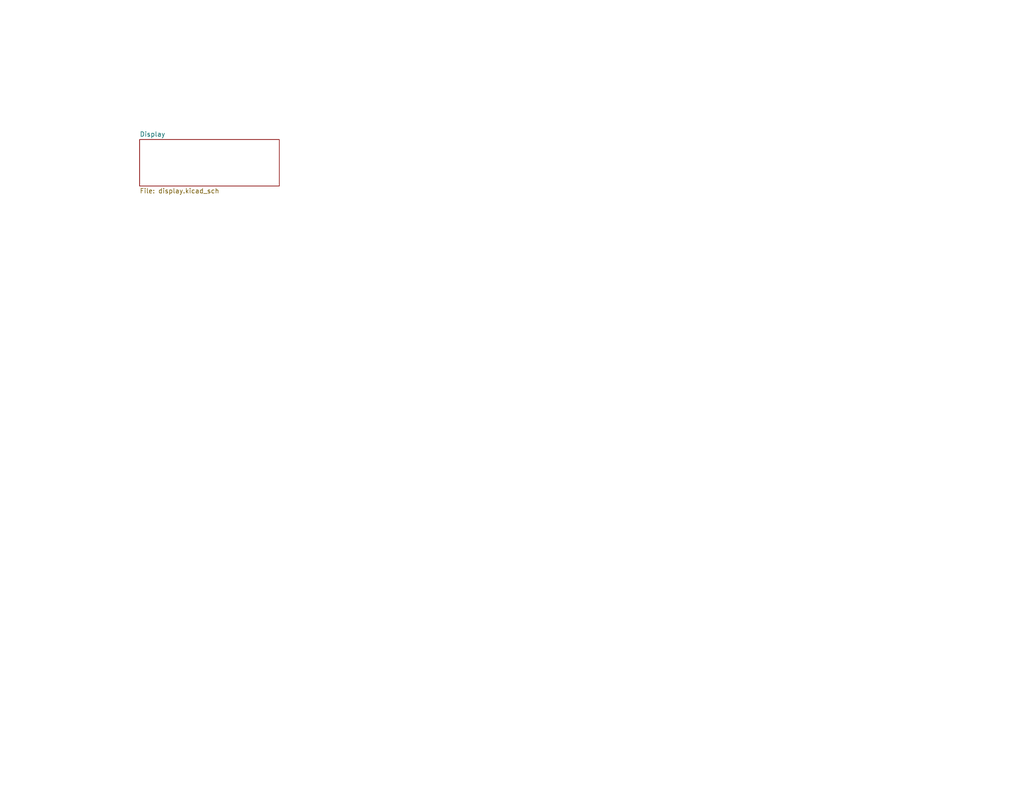
<source format=kicad_sch>
(kicad_sch (version 20211123) (generator eeschema)
  (paper "USLetter")
  (title_block (title "1240-Pi Mod Hats") (date "2022-04-20") (rev "1.0"))
  (lib_symbols)
  (sheet (at 38.1 38.1) (size 38.1 12.7) (stroke (width 0.1524))
    (property "Sheet name" "Display" (at 38.1 37.3884 0) (effects (justify left bottom)))
    (property "Sheet file" "display.kicad_sch" (at 38.1 51.3846 0) (effects (justify left top)))
  )
)
</source>
